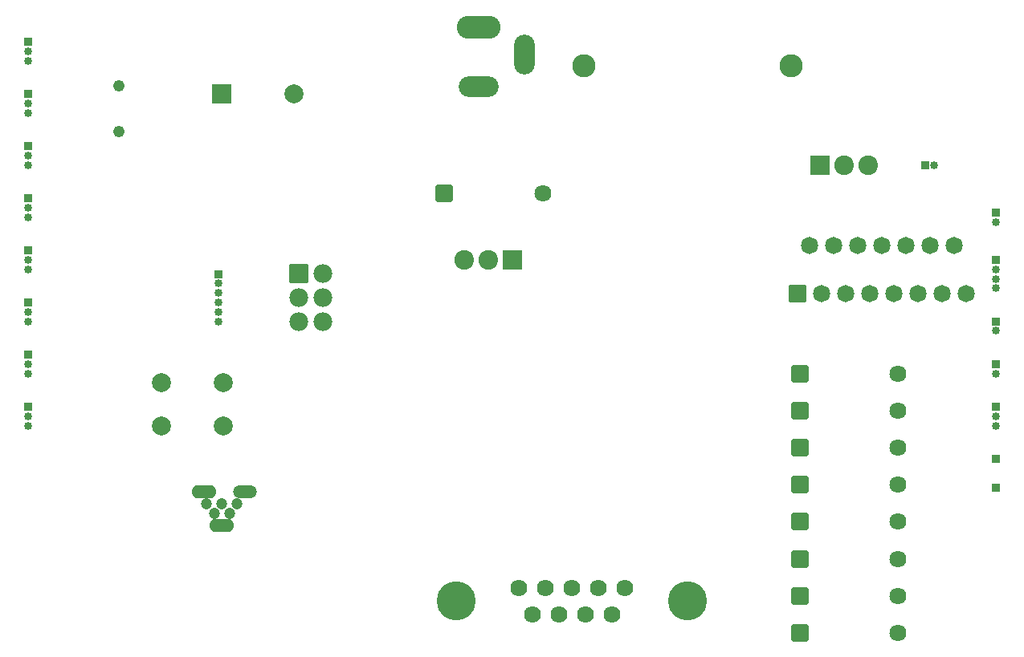
<source format=gbr>
%TF.GenerationSoftware,KiCad,Pcbnew,9.0.1*%
%TF.CreationDate,2026-02-02T13:33:26+05:30*%
%TF.ProjectId,robotics_controller,726f626f-7469-4637-935f-636f6e74726f,rev?*%
%TF.SameCoordinates,Original*%
%TF.FileFunction,Soldermask,Bot*%
%TF.FilePolarity,Negative*%
%FSLAX46Y46*%
G04 Gerber Fmt 4.6, Leading zero omitted, Abs format (unit mm)*
G04 Created by KiCad (PCBNEW 9.0.1) date 2026-02-02 13:33:26*
%MOMM*%
%LPD*%
G01*
G04 APERTURE LIST*
G04 Aperture macros list*
%AMRoundRect*
0 Rectangle with rounded corners*
0 $1 Rounding radius*
0 $2 $3 $4 $5 $6 $7 $8 $9 X,Y pos of 4 corners*
0 Add a 4 corners polygon primitive as box body*
4,1,4,$2,$3,$4,$5,$6,$7,$8,$9,$2,$3,0*
0 Add four circle primitives for the rounded corners*
1,1,$1+$1,$2,$3*
1,1,$1+$1,$4,$5*
1,1,$1+$1,$6,$7*
1,1,$1+$1,$8,$9*
0 Add four rect primitives between the rounded corners*
20,1,$1+$1,$2,$3,$4,$5,0*
20,1,$1+$1,$4,$5,$6,$7,0*
20,1,$1+$1,$6,$7,$8,$9,0*
20,1,$1+$1,$8,$9,$2,$3,0*%
G04 Aperture macros list end*
%ADD10RoundRect,0.102000X0.930000X0.930000X-0.930000X0.930000X-0.930000X-0.930000X0.930000X-0.930000X0*%
%ADD11C,2.064000*%
%ADD12R,0.850000X0.850000*%
%ADD13C,0.850000*%
%ADD14RoundRect,0.102000X-0.795000X-0.795000X0.795000X-0.795000X0.795000X0.795000X-0.795000X0.795000X0*%
%ADD15C,1.794000*%
%ADD16RoundRect,0.102000X-0.889000X-0.889000X0.889000X-0.889000X0.889000X0.889000X-0.889000X0.889000X0*%
%ADD17C,1.982000*%
%ADD18C,4.114800*%
%ADD19C,1.778800*%
%ADD20O,4.604000X2.404000*%
%ADD21O,4.204000X2.204000*%
%ADD22O,2.204000X4.204000*%
%ADD23RoundRect,0.102000X0.810000X-0.810000X0.810000X0.810000X-0.810000X0.810000X-0.810000X-0.810000X0*%
%ADD24C,1.824000*%
%ADD25C,1.204000*%
%ADD26O,2.620000X1.412000*%
%ADD27O,2.504000X1.354000*%
%ADD28R,2.000000X2.000000*%
%ADD29C,2.000000*%
%ADD30C,1.211000*%
%ADD31C,2.454000*%
%ADD32RoundRect,0.102000X-0.930000X-0.930000X0.930000X-0.930000X0.930000X0.930000X-0.930000X0.930000X0*%
G04 APERTURE END LIST*
D10*
%TO.C,Q1*%
X184500000Y-63500000D03*
D11*
X181960000Y-63500000D03*
X179420000Y-63500000D03*
%TD*%
D12*
%TO.C,J15*%
X235500000Y-58500000D03*
D13*
X235500000Y-59500000D03*
%TD*%
D14*
%TO.C,D2*%
X214803000Y-75500000D03*
D15*
X225197000Y-75500000D03*
%TD*%
D12*
%TO.C,J12*%
X133500000Y-73500000D03*
D13*
X133500000Y-74500000D03*
X133500000Y-75500000D03*
%TD*%
D14*
%TO.C,D7*%
X214803000Y-95050000D03*
D15*
X225197000Y-95050000D03*
%TD*%
D14*
%TO.C,D3*%
X214803000Y-79410000D03*
D15*
X225197000Y-79410000D03*
%TD*%
D12*
%TO.C,J17*%
X235500000Y-74500000D03*
D13*
X235500000Y-75500000D03*
%TD*%
D12*
%TO.C,J11*%
X133500000Y-68000000D03*
D13*
X133500000Y-69000000D03*
X133500000Y-70000000D03*
%TD*%
D16*
%TO.C,X1*%
X161960000Y-64920000D03*
D17*
X164500000Y-64920000D03*
X161960000Y-67460000D03*
X164500000Y-67460000D03*
X161960000Y-70000000D03*
X164500000Y-70000000D03*
%TD*%
D14*
%TO.C,D9*%
X214803000Y-102870000D03*
D15*
X225197000Y-102870000D03*
%TD*%
D14*
%TO.C,D5*%
X214803000Y-87230000D03*
D15*
X225197000Y-87230000D03*
%TD*%
D18*
%TO.C,CON1*%
X178616000Y-99500000D03*
X203000000Y-99500000D03*
D19*
X196396000Y-98103000D03*
X193602000Y-98103000D03*
X190808000Y-98103000D03*
X188014000Y-98103000D03*
X185220000Y-98103000D03*
X194999000Y-100897000D03*
X192205000Y-100897000D03*
X189411000Y-100897000D03*
X186617000Y-100897000D03*
%TD*%
D20*
%TO.C,J1*%
X181000000Y-38950000D03*
D21*
X181000000Y-45250000D03*
D22*
X185800000Y-41850000D03*
%TD*%
D12*
%TO.C,J13*%
X133500000Y-79000000D03*
D13*
X133500000Y-80000000D03*
X133500000Y-81000000D03*
%TD*%
D12*
%TO.C,J16*%
X235500000Y-70000000D03*
D13*
X235500000Y-71000000D03*
%TD*%
D23*
%TO.C,U3*%
X214610000Y-67080000D03*
D24*
X215880000Y-62000000D03*
X217150000Y-67080000D03*
X218420000Y-62000000D03*
X219690000Y-67080000D03*
X220960000Y-62000000D03*
X222230000Y-67080000D03*
X223500000Y-62000000D03*
X224770000Y-67080000D03*
X226040000Y-62000000D03*
X227310000Y-67080000D03*
X228580000Y-62000000D03*
X229850000Y-67080000D03*
X231120000Y-62000000D03*
X232390000Y-67080000D03*
%TD*%
D25*
%TO.C,J6*%
X152300000Y-89250000D03*
X153100000Y-90250000D03*
X153900000Y-89250000D03*
X154700000Y-90250000D03*
X155500000Y-89250000D03*
D26*
X152000000Y-88000000D03*
D27*
X156300000Y-88000000D03*
D26*
X153900000Y-91500000D03*
%TD*%
D28*
%TO.C,BZ1*%
X153900000Y-46000000D03*
D29*
X161500000Y-46000000D03*
%TD*%
D14*
%TO.C,D4*%
X214803000Y-83320000D03*
D15*
X225197000Y-83320000D03*
%TD*%
D30*
%TO.C,Y1*%
X143000000Y-50000000D03*
X143000000Y-45120000D03*
%TD*%
D14*
%TO.C,D8*%
X214803000Y-98960000D03*
D15*
X225197000Y-98960000D03*
%TD*%
D12*
%TO.C,J20*%
X235500000Y-84500000D03*
%TD*%
%TO.C,J9*%
X235500000Y-63500000D03*
D13*
X235500000Y-64500000D03*
X235500000Y-65500000D03*
X235500000Y-66500000D03*
%TD*%
D12*
%TO.C,J21*%
X235500000Y-87550000D03*
%TD*%
%TO.C,J8*%
X133500000Y-62500000D03*
D13*
X133500000Y-63500000D03*
X133500000Y-64500000D03*
%TD*%
D14*
%TO.C,D6*%
X214803000Y-91140000D03*
D15*
X225197000Y-91140000D03*
%TD*%
D12*
%TO.C,J10*%
X153500000Y-65000000D03*
D13*
X153500000Y-66000000D03*
X153500000Y-67000000D03*
X153500000Y-68000000D03*
X153500000Y-69000000D03*
X153500000Y-70000000D03*
%TD*%
D31*
%TO.C,F1*%
X192080000Y-43000000D03*
X213920000Y-43000000D03*
%TD*%
D32*
%TO.C,U4*%
X216920000Y-53500000D03*
D11*
X219460000Y-53500000D03*
X222000000Y-53500000D03*
%TD*%
D12*
%TO.C,J2*%
X133500000Y-40500000D03*
D13*
X133500000Y-41500000D03*
X133500000Y-42500000D03*
%TD*%
D12*
%TO.C,J5*%
X133500000Y-57000000D03*
D13*
X133500000Y-58000000D03*
X133500000Y-59000000D03*
%TD*%
D29*
%TO.C,SW1*%
X147500000Y-76500000D03*
X154000000Y-76500000D03*
X147500000Y-81000000D03*
X154000000Y-81000000D03*
%TD*%
D12*
%TO.C,J19*%
X235500000Y-79000000D03*
D13*
X235500000Y-80000000D03*
X235500000Y-81000000D03*
%TD*%
D12*
%TO.C,J18*%
X228000000Y-53500000D03*
D13*
X229000000Y-53500000D03*
%TD*%
D12*
%TO.C,J4*%
X133500000Y-51500000D03*
D13*
X133500000Y-52500000D03*
X133500000Y-53500000D03*
%TD*%
D12*
%TO.C,J3*%
X133500000Y-46000000D03*
D13*
X133500000Y-47000000D03*
X133500000Y-48000000D03*
%TD*%
D14*
%TO.C,D1*%
X177303000Y-56500000D03*
D15*
X187697000Y-56500000D03*
%TD*%
M02*

</source>
